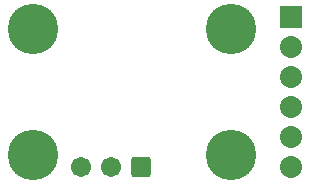
<source format=gbs>
G04*
G04 #@! TF.GenerationSoftware,Altium Limited,Altium Designer,22.9.1 (49)*
G04*
G04 Layer_Color=16711935*
%FSLAX44Y44*%
%MOMM*%
G71*
G04*
G04 #@! TF.SameCoordinates,A8B0115D-A14B-43F8-95CD-E385AC25DAC2*
G04*
G04*
G04 #@! TF.FilePolarity,Negative*
G04*
G01*
G75*
%ADD20C,1.8644*%
%ADD21R,1.8644X1.8644*%
%ADD22C,4.2672*%
G04:AMPARAMS|DCode=23|XSize=1.7032mm|YSize=1.7032mm|CornerRadius=0.2516mm|HoleSize=0mm|Usage=FLASHONLY|Rotation=180.000|XOffset=0mm|YOffset=0mm|HoleType=Round|Shape=RoundedRectangle|*
%AMROUNDEDRECTD23*
21,1,1.7032,1.2000,0,0,180.0*
21,1,1.2000,1.7032,0,0,180.0*
1,1,0.5032,-0.6000,0.6000*
1,1,0.5032,0.6000,0.6000*
1,1,0.5032,0.6000,-0.6000*
1,1,0.5032,-0.6000,-0.6000*
%
%ADD23ROUNDEDRECTD23*%
%ADD24C,1.7032*%
D20*
X254000Y25400D02*
D03*
Y50800D02*
D03*
Y76200D02*
D03*
Y101600D02*
D03*
Y127000D02*
D03*
D21*
Y152400D02*
D03*
D22*
X35560Y35560D02*
D03*
X203200D02*
D03*
Y142240D02*
D03*
X35560D02*
D03*
D23*
X127000Y25400D02*
D03*
D24*
X101600D02*
D03*
X76200D02*
D03*
M02*

</source>
